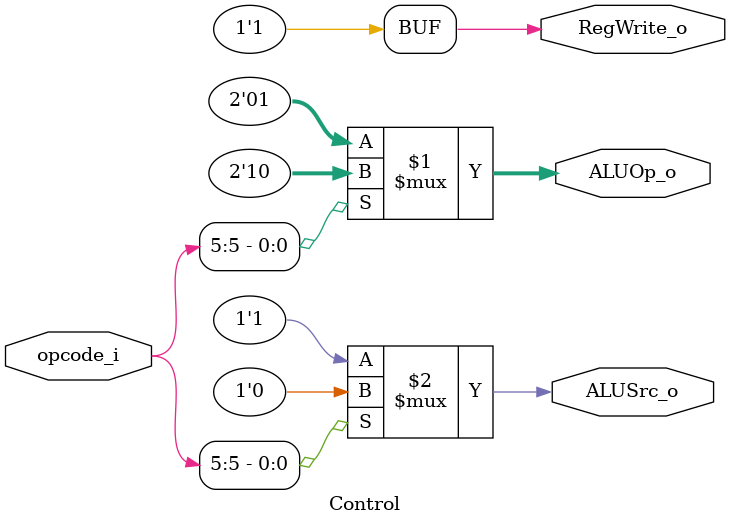
<source format=v>
module Control
(
    input [6:0] opcode_i,
    output [1:0] ALUOp_o,
    output ALUSrc_o,
    output RegWrite_o
);

assign ALUOp_o = opcode_i[5] ? 2'b10 : 2'b01;
assign ALUSrc_o = opcode_i[5] ? 1'b0 : 1'b1;
assign RegWrite_o = 1'b1;

endmodule
</source>
